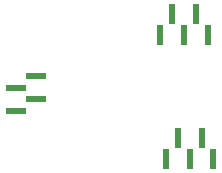
<source format=gbp>
G04 #@! TF.GenerationSoftware,KiCad,Pcbnew,7.0.6-7.0.6~ubuntu22.04.1*
G04 #@! TF.CreationDate,2023-07-08T17:09:46+02:00*
G04 #@! TF.ProjectId,combined,636f6d62-696e-4656-942e-6b696361645f,rev?*
G04 #@! TF.SameCoordinates,Original*
G04 #@! TF.FileFunction,Paste,Bot*
G04 #@! TF.FilePolarity,Positive*
%FSLAX46Y46*%
G04 Gerber Fmt 4.6, Leading zero omitted, Abs format (unit mm)*
G04 Created by KiCad (PCBNEW 7.0.6-7.0.6~ubuntu22.04.1) date 2023-07-08 17:09:46*
%MOMM*%
%LPD*%
G01*
G04 APERTURE LIST*
%ADD10R,1.750000X0.600000*%
%ADD11R,0.600000X1.750000*%
G04 APERTURE END LIST*
D10*
X80750000Y-32500000D03*
X79000000Y-33500000D03*
X80750000Y-34500000D03*
X79000000Y-35500000D03*
D11*
X95750000Y-39500000D03*
X94750000Y-37750000D03*
X93750000Y-39500000D03*
X92750000Y-37750000D03*
X91750000Y-39500000D03*
X91250000Y-29000000D03*
X92250000Y-27250000D03*
X93250000Y-29000000D03*
X94250000Y-27250000D03*
X95250000Y-29000000D03*
M02*

</source>
